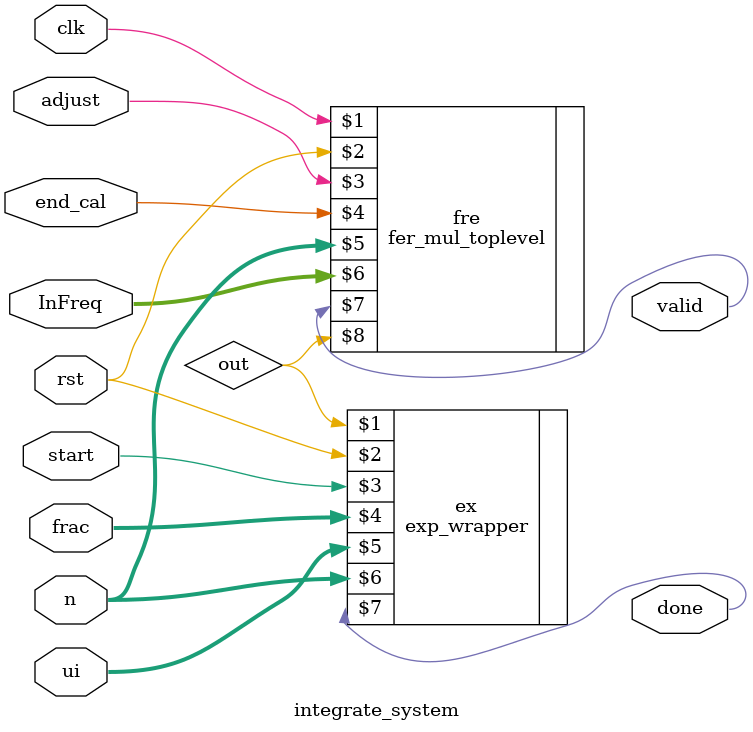
<source format=v>
`timescale 1ns/1ns
module integrate_system(input clk, rst, adjust, end_cal, start, input[3:0]n, input[15:0]InFreq, input[15:0] frac, input[1:0] ui,
											 output valid, done);



fer_mul_toplevel fre(clk, rst, adjust, end_cal, n, InFreq,  valid,  out);

exp_wrapper ex(out, rst, start, frac,ui, n, done);


endmodule
</source>
